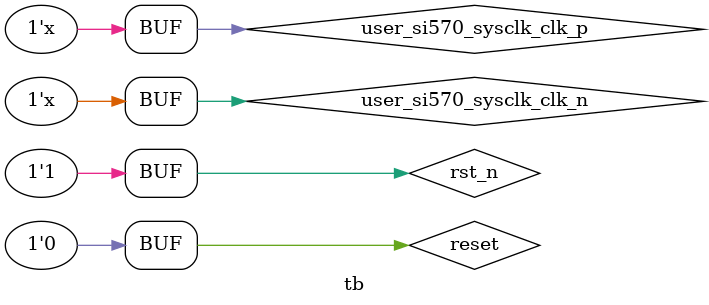
<source format=sv>
`timescale 1ns / 1ps


module tb(

    );
reg [127:0] din = 0;
reg reset;
reg rst_n;
wire ui_clk;
reg user_si570_sysclk_clk_n;
reg user_si570_sysclk_clk_p;
reg wr_en = 0; 
wire c0_init_calib_complete;

initial begin
    user_si570_sysclk_clk_n = 0;
    user_si570_sysclk_clk_p = 1;
    
    reset = 1;
    rst_n = 0;
    
    #66
    rst_n = 1;
    
    #300
    reset = 0;
    
end

always#3.333 user_si570_sysclk_clk_n = ~user_si570_sysclk_clk_n;
always#3.333 user_si570_sysclk_clk_p = ~user_si570_sysclk_clk_p;


reg [6:0] rst_cnt = 127;
always@(posedge ui_clk) begin
    if(reset || (~c0_init_calib_complete)) begin
        rst_cnt <= 127;
    end
    else if(rst_cnt > 0) begin
        rst_cnt <= rst_cnt - 1;
    end
end


always@(posedge ui_clk) begin
    if((~c0_init_calib_complete) && (rst_cnt > 0)) begin
        din <= 0;
        wr_en <= 0;
    end
    else if(din < 500) begin
        din <= din + 1;
        wr_en <= 1;
    end
    else begin
        wr_en <= 0;
    end
end
    
    
design_1_wrapper wrapper(
.din(din),
.reset(reset),
.rst_n(rst_n),
.ui_clk(ui_clk),
.user_si570_sysclk_clk_n(user_si570_sysclk_clk_n),
.user_si570_sysclk_clk_p(user_si570_sysclk_clk_p),
.wr_en(wr_en), 
.c0_init_calib_complete(c0_init_calib_complete)
);
    
    
    
    
    
    
endmodule

</source>
